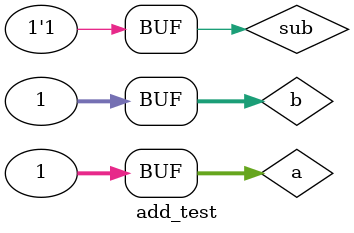
<source format=v>
`timescale 1ns / 1ps


module add_test;

	// Inputs
	reg sub;
	reg [31:0] a;
	reg [31:0] b;

	// Outputs
	wire co;
	wire [31:0] res;

	// Instantiate the Unit Under Test (UUT)
	addsub32 uut (
		.sub(sub), 
		.a(a), 
		.b(b), 
		.co(co), 
		.res(res)
	);

	initial begin
		// Initialize Inputs
		sub = 0;
		a = 32'h0000000;
		b = 32'h0000000;
		#100;
		sub = 1;
		a = 32'h0000000;
		b = 32'h0000000;
		#100;	
		sub = 0;
		a = 32'h0000001;
		b = 32'h0000000;
		#100;
		sub = 1;
		a = 32'h0000001;
		b = 32'h0000000;
		#100;	
		sub = 0;
		a = 32'h0000001;
		b = 32'h0000001;
		#100;
		sub = 1;
		a = 32'h0000001;
		b = 32'h0000001;
		#100;	

		// Wait 100 ns for global reset to finish
        
		// Add stimulus here

	end
      
endmodule


</source>
